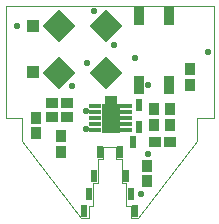
<source format=gbr>
%FSLAX23Y23*%
%MOIN*%
G04 EasyPC Gerber Version 16.0.6 Build 3249 *
%ADD26R,0.01969X0.04331*%
%ADD29R,0.02000X0.04800*%
%ADD27R,0.02362X0.04331*%
%ADD75R,0.03400X0.04100*%
%ADD76R,0.03500X0.06000*%
%ADD25R,0.04331X0.04331*%
%ADD72R,0.05600X0.09100*%
%ADD10C,0.00100*%
%ADD88C,0.00394*%
%ADD28R,0.04000X0.01400*%
%ADD73R,0.04100X0.03400*%
%AMT74*0 Rectangle Pad at angle 45*21,1,0.07687,0.07687,0,0,45*%
%ADD74T74*%
%ADD77C,0.02175*%
X0Y0D02*
D02*
D10*
X323Y534D02*
X379D01*
Y442*
X323*
Y534*
G36*
X379*
Y442*
X323*
Y534*
G37*
D02*
D25*
X91Y641D03*
Y795D03*
D02*
D26*
X426Y409D03*
X445Y460D03*
Y531D03*
D02*
D27*
X264Y177D03*
X280Y236D03*
X296Y295D03*
X315Y374D03*
X382D03*
X402Y295D03*
X418Y236D03*
X433Y177D03*
D02*
D28*
X299Y449D03*
Y468D03*
Y488D03*
Y508D03*
Y527D03*
X403Y449D03*
Y468D03*
Y488D03*
Y508D03*
Y527D03*
D02*
D29*
X339Y478D03*
X341Y540D03*
X361D03*
X361Y478D03*
D02*
D72*
X351Y488D03*
D02*
D73*
X156Y492D03*
Y539D03*
X207Y492D03*
Y539D03*
X499Y409D03*
X550D03*
D02*
D74*
X178Y637D03*
Y795D03*
X335Y637D03*
Y795D03*
D02*
D75*
X103Y439D03*
Y490D03*
X185Y376D03*
Y427D03*
X473Y277D03*
Y328D03*
X496Y466D03*
Y517D03*
X548Y466D03*
Y517D03*
X615Y600D03*
Y651D03*
D02*
D76*
X446Y597D03*
Y827D03*
X546Y597D03*
Y827D03*
D02*
D77*
X40Y795D03*
X91Y641D03*
X221Y594D03*
X268Y452D03*
Y511D03*
X272Y673D03*
X296Y846D03*
X331Y504D03*
X363Y732D03*
X433Y689D03*
X453Y236D03*
X477Y370D03*
Y598D03*
X677Y708D03*
D02*
D88*
X695Y785D02*
Y863D01*
X2*
Y489*
X57*
Y411*
X254Y155*
X278*
Y194*
X293*
Y273*
X309*
Y352*
X327*
Y391*
X370*
Y352*
X388*
Y273*
X404*
Y194*
X419*
Y155*
X443*
X640Y411*
Y489*
X695*
Y785*
X1000Y464D02*
X0Y0*
M02*

</source>
